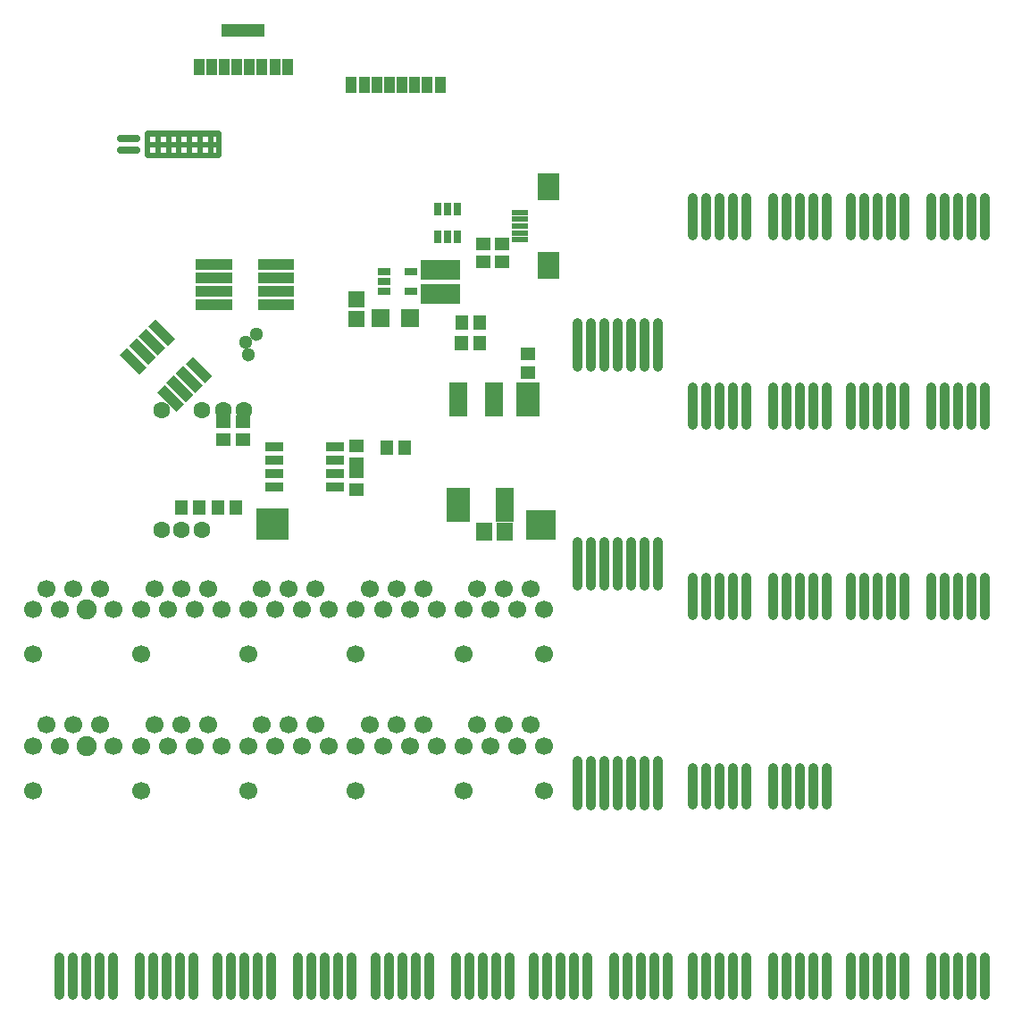
<source format=gbs>
%FSLAX34Y34*%
%MOMM*%
%LNSOLDERMASK_BOTTOM*%
G71*
G01*
%ADD10C, 1.700*%
%ADD11C, 1.900*%
%ADD12R, 1.190X0.800*%
%ADD13R, 3.700X1.900*%
%ADD14R, 1.800X1.800*%
%ADD15R, 1.600X1.500*%
%ADD16C, 1.300*%
%ADD17R, 1.800X0.870*%
%ADD18R, 1.400X1.300*%
%ADD19R, 1.300X1.400*%
%ADD20C, 1.600*%
%ADD21R, 1.550X0.600*%
%ADD22R, 2.100X2.500*%
%ADD23C, 0.700*%
%ADD24R, 2.600X1.000*%
%ADD25R, 0.500X1.200*%
%ADD26R, 1.500X1.700*%
%ADD27R, 3.500X1.000*%
%ADD28R, 2.500X1.000*%
%ADD29C, 0.950*%
%ADD30R, 0.800X1.190*%
%ADD31R, 1.700X3.200*%
%ADD32R, 2.200X3.200*%
%ADD33R, 1.000X1.600*%
%ADD34C, 0.500*%
%LPD*%
X21692Y-652498D02*
G54D10*
D03*
X123692Y-652498D02*
G54D10*
D03*
X225692Y-652498D02*
G54D10*
D03*
X327692Y-652498D02*
G54D10*
D03*
X429692Y-652498D02*
G54D10*
D03*
X506192Y-652498D02*
G54D10*
D03*
X21693Y-610222D02*
G54D10*
D03*
X47192Y-610223D02*
G54D10*
D03*
X72693Y-610222D02*
G54D11*
D03*
X98192Y-610223D02*
G54D10*
D03*
X123692Y-610223D02*
G54D10*
D03*
X149192Y-610223D02*
G54D10*
D03*
X174692Y-610223D02*
G54D10*
D03*
X200192Y-610223D02*
G54D10*
D03*
X225692Y-610223D02*
G54D10*
D03*
X251192Y-610223D02*
G54D10*
D03*
X276692Y-610223D02*
G54D10*
D03*
X302192Y-610223D02*
G54D10*
D03*
X327692Y-610223D02*
G54D10*
D03*
X353192Y-610223D02*
G54D10*
D03*
X378692Y-610223D02*
G54D10*
D03*
X404192Y-610223D02*
G54D10*
D03*
X429692Y-610223D02*
G54D10*
D03*
X455192Y-610223D02*
G54D10*
D03*
X480692Y-610223D02*
G54D10*
D03*
X506192Y-610223D02*
G54D10*
D03*
X34443Y-590222D02*
G54D10*
D03*
X59943Y-590222D02*
G54D10*
D03*
X85442Y-590223D02*
G54D10*
D03*
X136442Y-590223D02*
G54D10*
D03*
X161942Y-590223D02*
G54D10*
D03*
X187442Y-590223D02*
G54D10*
D03*
X238442Y-590223D02*
G54D10*
D03*
X263942Y-590223D02*
G54D10*
D03*
X289442Y-590223D02*
G54D10*
D03*
X340442Y-590223D02*
G54D10*
D03*
X365942Y-590223D02*
G54D10*
D03*
X391442Y-590223D02*
G54D10*
D03*
X442442Y-590223D02*
G54D10*
D03*
X467942Y-590223D02*
G54D10*
D03*
X493442Y-590223D02*
G54D10*
D03*
X354034Y-308947D02*
G54D12*
D03*
X354036Y-299542D02*
G54D12*
D03*
X354034Y-289947D02*
G54D12*
D03*
X379934Y-289947D02*
G54D12*
D03*
X379934Y-308947D02*
G54D12*
D03*
X408105Y-311416D02*
G54D13*
D03*
X408105Y-288416D02*
G54D13*
D03*
X379174Y-333744D02*
G54D14*
D03*
X351173Y-333745D02*
G54D14*
D03*
X328260Y-335252D02*
G54D15*
D03*
X328262Y-316248D02*
G54D15*
D03*
X223012Y-356830D02*
G54D16*
D03*
X233304Y-349462D02*
G54D16*
D03*
X225802Y-368948D02*
G54D16*
D03*
G36*
X489237Y-544200D02*
X489237Y-516200D01*
X517237Y-516200D01*
X517237Y-544200D01*
X489237Y-544200D01*
G37*
G36*
X263402Y-514249D02*
X263402Y-544249D01*
X233402Y-544249D01*
X233402Y-514249D01*
X263402Y-514249D01*
G37*
X307490Y-455905D02*
G54D17*
D03*
X307490Y-468605D02*
G54D17*
D03*
X307490Y-481305D02*
G54D17*
D03*
X307490Y-494005D02*
G54D17*
D03*
X250490Y-494005D02*
G54D17*
D03*
X250490Y-481305D02*
G54D17*
D03*
X250490Y-468605D02*
G54D17*
D03*
X250490Y-455905D02*
G54D17*
D03*
X327958Y-479320D02*
G54D18*
D03*
X327958Y-496320D02*
G54D18*
D03*
X327958Y-455177D02*
G54D18*
D03*
X327958Y-472177D02*
G54D18*
D03*
X357077Y-456627D02*
G54D19*
D03*
X374077Y-456627D02*
G54D19*
D03*
X143284Y-421491D02*
G54D20*
D03*
X202022Y-421491D02*
G54D20*
D03*
X221072Y-421491D02*
G54D20*
D03*
G36*
X103817Y-368952D02*
X110888Y-361882D01*
X129272Y-380268D01*
X122200Y-387338D01*
X103817Y-368952D01*
G37*
G36*
X112797Y-359972D02*
X119868Y-352901D01*
X138252Y-371287D01*
X131180Y-378358D01*
X112797Y-359972D01*
G37*
G36*
X121777Y-350991D02*
X128849Y-343921D01*
X147232Y-362308D01*
X140160Y-369378D01*
X121777Y-350991D01*
G37*
G36*
X130756Y-342013D02*
X137827Y-334942D01*
X156213Y-353325D01*
X149142Y-360397D01*
X130756Y-342013D01*
G37*
G36*
X166112Y-377368D02*
X173183Y-370297D01*
X191568Y-388681D01*
X184497Y-395752D01*
X166112Y-377368D01*
G37*
G36*
X157132Y-386349D02*
X164202Y-379277D01*
X182588Y-397661D01*
X175517Y-404732D01*
X157132Y-386349D01*
G37*
G36*
X148152Y-395329D02*
X155222Y-388258D01*
X173608Y-406641D01*
X166537Y-413713D01*
X148152Y-395329D01*
G37*
G36*
X139172Y-404308D02*
X146243Y-397237D01*
X164627Y-415623D01*
X157556Y-422694D01*
X139172Y-404308D01*
G37*
X213840Y-513547D02*
G54D19*
D03*
X196838Y-513544D02*
G54D19*
D03*
X483173Y-233740D02*
G54D21*
D03*
X483173Y-240240D02*
G54D21*
D03*
X483173Y-246740D02*
G54D21*
D03*
X483173Y-253240D02*
G54D21*
D03*
X483173Y-259740D02*
G54D21*
D03*
X509923Y-284240D02*
G54D22*
D03*
X509923Y-209240D02*
G54D22*
D03*
X466096Y-280756D02*
G54D18*
D03*
X466096Y-263756D02*
G54D18*
D03*
X448237Y-280756D02*
G54D18*
D03*
X448237Y-263756D02*
G54D18*
D03*
G54D23*
X119815Y-174621D02*
X104842Y-174621D01*
G54D23*
X119818Y-163512D02*
X104846Y-163512D01*
X162337Y-513541D02*
G54D19*
D03*
X179339Y-513544D02*
G54D19*
D03*
X247405Y-283440D02*
G54D24*
D03*
X247405Y-296140D02*
G54D24*
D03*
X247405Y-308840D02*
G54D24*
D03*
X247405Y-321540D02*
G54D24*
D03*
X197405Y-321540D02*
G54D24*
D03*
X197405Y-308840D02*
G54D24*
D03*
X197405Y-296140D02*
G54D24*
D03*
X197406Y-283440D02*
G54D24*
D03*
X201763Y-449418D02*
G54D18*
D03*
X201766Y-432416D02*
G54D18*
D03*
X220813Y-449418D02*
G54D18*
D03*
X220816Y-432416D02*
G54D18*
D03*
G36*
X421331Y-350704D02*
X434331Y-350703D01*
X434331Y-364703D01*
X421331Y-364704D01*
X421331Y-350704D01*
G37*
X444831Y-357703D02*
G54D19*
D03*
X203222Y-61378D02*
G54D25*
D03*
X208222Y-61378D02*
G54D25*
D03*
X213222Y-61378D02*
G54D25*
D03*
X218222Y-61378D02*
G54D25*
D03*
X223222Y-61378D02*
G54D25*
D03*
X228222Y-61378D02*
G54D25*
D03*
X233222Y-61378D02*
G54D25*
D03*
X238222Y-61378D02*
G54D25*
D03*
X448908Y-536166D02*
G54D26*
D03*
X468748Y-536167D02*
G54D26*
D03*
X252168Y-283440D02*
G54D27*
D03*
X197406Y-283440D02*
G54D28*
D03*
X252168Y-296140D02*
G54D27*
D03*
X252168Y-308840D02*
G54D27*
D03*
X252168Y-321540D02*
G54D27*
D03*
X192642Y-321540D02*
G54D27*
D03*
X192643Y-308840D02*
G54D27*
D03*
X192643Y-296140D02*
G54D27*
D03*
X192643Y-283440D02*
G54D27*
D03*
X21692Y-781498D02*
G54D10*
D03*
X123692Y-781498D02*
G54D10*
D03*
X225692Y-781498D02*
G54D10*
D03*
X327692Y-781498D02*
G54D10*
D03*
X429692Y-781498D02*
G54D10*
D03*
X506192Y-781498D02*
G54D10*
D03*
X21693Y-739222D02*
G54D10*
D03*
X47192Y-739223D02*
G54D10*
D03*
X72693Y-739222D02*
G54D11*
D03*
X98192Y-739223D02*
G54D10*
D03*
X123692Y-739223D02*
G54D10*
D03*
X149192Y-739223D02*
G54D10*
D03*
X174692Y-739223D02*
G54D10*
D03*
X200192Y-739223D02*
G54D10*
D03*
X225692Y-739223D02*
G54D10*
D03*
X251192Y-739223D02*
G54D10*
D03*
X276692Y-739223D02*
G54D10*
D03*
X302192Y-739223D02*
G54D10*
D03*
X327692Y-739223D02*
G54D10*
D03*
X353192Y-739223D02*
G54D10*
D03*
X378692Y-739223D02*
G54D10*
D03*
X404192Y-739223D02*
G54D10*
D03*
X429692Y-739223D02*
G54D10*
D03*
X455192Y-739223D02*
G54D10*
D03*
X480692Y-739223D02*
G54D10*
D03*
X506192Y-739223D02*
G54D10*
D03*
X34443Y-719222D02*
G54D10*
D03*
X59943Y-719222D02*
G54D10*
D03*
X85442Y-719223D02*
G54D10*
D03*
X136442Y-719223D02*
G54D10*
D03*
X161942Y-719223D02*
G54D10*
D03*
X187442Y-719223D02*
G54D10*
D03*
X238442Y-719223D02*
G54D10*
D03*
X263942Y-719223D02*
G54D10*
D03*
X289442Y-719223D02*
G54D10*
D03*
X340442Y-719223D02*
G54D10*
D03*
X365942Y-719223D02*
G54D10*
D03*
X391442Y-719223D02*
G54D10*
D03*
X442442Y-719223D02*
G54D10*
D03*
X467942Y-719223D02*
G54D10*
D03*
X493442Y-719223D02*
G54D10*
D03*
G54D29*
X160480Y-939601D02*
X160480Y-975001D01*
G54D29*
X147680Y-939601D02*
X147680Y-975001D01*
G54D29*
X134980Y-939601D02*
X134980Y-975001D01*
G54D29*
X122380Y-939601D02*
X122380Y-975001D01*
G54D29*
X96880Y-939601D02*
X96880Y-975001D01*
G54D29*
X173080Y-939601D02*
X173080Y-975001D01*
G54D29*
X84180Y-939601D02*
X84180Y-975001D01*
G54D29*
X71580Y-939601D02*
X71580Y-975001D01*
G54D29*
X58780Y-939601D02*
X58780Y-975001D01*
G54D29*
X46080Y-939601D02*
X46080Y-975001D01*
G54D29*
X310480Y-939601D02*
X310480Y-975001D01*
G54D29*
X297680Y-939601D02*
X297680Y-975001D01*
G54D29*
X284980Y-939601D02*
X284980Y-975001D01*
G54D29*
X272380Y-939601D02*
X272380Y-975001D01*
G54D29*
X246880Y-939601D02*
X246880Y-975001D01*
G54D29*
X323080Y-939601D02*
X323080Y-975001D01*
G54D29*
X234180Y-939601D02*
X234180Y-975001D01*
G54D29*
X221580Y-939601D02*
X221580Y-975001D01*
G54D29*
X208780Y-939601D02*
X208780Y-975001D01*
G54D29*
X196080Y-939601D02*
X196080Y-975001D01*
G54D29*
X460480Y-939601D02*
X460480Y-975001D01*
G54D29*
X447680Y-939601D02*
X447680Y-975001D01*
G54D29*
X434980Y-939601D02*
X434980Y-975001D01*
G54D29*
X422380Y-939601D02*
X422380Y-975001D01*
G54D29*
X396880Y-939601D02*
X396880Y-975001D01*
G54D29*
X473080Y-939601D02*
X473080Y-975001D01*
G54D29*
X384180Y-939601D02*
X384180Y-975001D01*
G54D29*
X371580Y-939601D02*
X371580Y-975001D01*
G54D29*
X358780Y-939601D02*
X358780Y-975001D01*
G54D29*
X346080Y-939601D02*
X346080Y-975001D01*
G54D29*
X610480Y-939601D02*
X610480Y-975001D01*
G54D29*
X597680Y-939601D02*
X597680Y-975001D01*
G54D29*
X584980Y-939601D02*
X584980Y-975001D01*
G54D29*
X572380Y-939601D02*
X572380Y-975001D01*
G54D29*
X546880Y-939601D02*
X546880Y-975001D01*
G54D29*
X623080Y-939601D02*
X623080Y-975001D01*
G54D29*
X534180Y-939601D02*
X534180Y-975001D01*
G54D29*
X521580Y-939601D02*
X521580Y-975001D01*
G54D29*
X508780Y-939601D02*
X508780Y-975001D01*
G54D29*
X496080Y-939601D02*
X496080Y-975001D01*
G54D29*
X760480Y-939601D02*
X760480Y-975001D01*
G54D29*
X747680Y-939601D02*
X747680Y-975001D01*
G54D29*
X734980Y-939601D02*
X734980Y-975001D01*
G54D29*
X722380Y-939601D02*
X722380Y-975001D01*
G54D29*
X696880Y-939601D02*
X696880Y-975001D01*
G54D29*
X773080Y-939601D02*
X773080Y-975001D01*
G54D29*
X684180Y-939601D02*
X684180Y-975001D01*
G54D29*
X671580Y-939601D02*
X671580Y-975001D01*
G54D29*
X658780Y-939601D02*
X658780Y-975001D01*
G54D29*
X646080Y-939601D02*
X646080Y-975001D01*
G54D29*
X910480Y-939601D02*
X910480Y-975001D01*
G54D29*
X897680Y-939601D02*
X897680Y-975001D01*
G54D29*
X884980Y-939601D02*
X884980Y-975001D01*
G54D29*
X872380Y-939601D02*
X872380Y-975001D01*
G54D29*
X846880Y-939601D02*
X846880Y-975001D01*
G54D29*
X923080Y-939601D02*
X923080Y-975001D01*
G54D29*
X834180Y-939601D02*
X834180Y-975001D01*
G54D29*
X821580Y-939601D02*
X821580Y-975001D01*
G54D29*
X808780Y-939601D02*
X808780Y-975001D01*
G54D29*
X796080Y-939601D02*
X796080Y-975001D01*
G54D29*
X760480Y-759600D02*
X760480Y-795000D01*
G54D29*
X747680Y-759600D02*
X747680Y-795000D01*
G54D29*
X734980Y-759600D02*
X734980Y-795000D01*
G54D29*
X722380Y-759600D02*
X722380Y-795000D01*
G54D29*
X696880Y-759600D02*
X696880Y-795000D01*
G54D29*
X773080Y-759600D02*
X773080Y-795000D01*
G54D29*
X684180Y-759600D02*
X684180Y-795000D01*
G54D29*
X671580Y-759600D02*
X671580Y-795000D01*
G54D29*
X658780Y-759600D02*
X658780Y-795000D01*
G54D29*
X646080Y-759600D02*
X646080Y-795000D01*
G54D29*
X910480Y-579601D02*
X910480Y-615001D01*
G54D29*
X897680Y-579601D02*
X897680Y-615001D01*
G54D29*
X884980Y-579601D02*
X884980Y-615001D01*
G54D29*
X872380Y-579601D02*
X872380Y-615001D01*
G54D29*
X846880Y-579601D02*
X846880Y-615001D01*
G54D29*
X923080Y-579601D02*
X923080Y-615001D01*
G54D29*
X834180Y-579601D02*
X834180Y-615001D01*
G54D29*
X821580Y-579601D02*
X821580Y-615001D01*
G54D29*
X808780Y-579601D02*
X808780Y-615001D01*
G54D29*
X796080Y-579601D02*
X796080Y-615001D01*
G54D29*
X760480Y-579601D02*
X760480Y-615001D01*
G54D29*
X747680Y-579601D02*
X747680Y-615001D01*
G54D29*
X734980Y-579601D02*
X734980Y-615001D01*
G54D29*
X722380Y-579601D02*
X722380Y-615001D01*
G54D29*
X696880Y-579601D02*
X696880Y-615001D01*
G54D29*
X773080Y-579601D02*
X773080Y-615001D01*
G54D29*
X684180Y-579601D02*
X684180Y-615001D01*
G54D29*
X671580Y-579601D02*
X671580Y-615001D01*
G54D29*
X658780Y-579601D02*
X658780Y-615001D01*
G54D29*
X646080Y-579601D02*
X646080Y-615001D01*
G54D29*
X910480Y-399601D02*
X910480Y-435001D01*
G54D29*
X897680Y-399601D02*
X897680Y-435001D01*
G54D29*
X884980Y-399601D02*
X884980Y-435001D01*
G54D29*
X872380Y-399601D02*
X872380Y-435001D01*
G54D29*
X846880Y-399601D02*
X846880Y-435001D01*
G54D29*
X923080Y-399601D02*
X923080Y-435001D01*
G54D29*
X834180Y-399601D02*
X834180Y-435001D01*
G54D29*
X821580Y-399601D02*
X821580Y-435001D01*
G54D29*
X808780Y-399601D02*
X808780Y-435001D01*
G54D29*
X796080Y-399601D02*
X796080Y-435001D01*
G54D29*
X760480Y-399601D02*
X760480Y-435001D01*
G54D29*
X747680Y-399601D02*
X747680Y-435001D01*
G54D29*
X734980Y-399601D02*
X734980Y-435001D01*
G54D29*
X722380Y-399601D02*
X722380Y-435001D01*
G54D29*
X696880Y-399601D02*
X696880Y-435001D01*
G54D29*
X773080Y-399601D02*
X773080Y-435001D01*
G54D29*
X684180Y-399601D02*
X684180Y-435001D01*
G54D29*
X671580Y-399601D02*
X671580Y-435001D01*
G54D29*
X658780Y-399601D02*
X658780Y-435001D01*
G54D29*
X646080Y-399601D02*
X646080Y-435001D01*
G54D29*
X600983Y-753425D02*
X600982Y-795175D01*
G54D29*
X588182Y-753426D02*
X588182Y-795176D01*
G54D29*
X575482Y-753426D02*
X575482Y-795176D01*
G54D29*
X562882Y-753426D02*
X562882Y-795176D01*
G54D29*
X550082Y-753426D02*
X550082Y-795175D01*
G54D29*
X537382Y-753426D02*
X537382Y-795175D01*
G54D29*
X613582Y-753425D02*
X613582Y-795176D01*
G54D29*
X910480Y-219601D02*
X910480Y-255001D01*
G54D29*
X897680Y-219601D02*
X897680Y-255001D01*
G54D29*
X884980Y-219601D02*
X884980Y-255001D01*
G54D29*
X872380Y-219601D02*
X872380Y-255001D01*
G54D29*
X846880Y-219601D02*
X846880Y-255001D01*
G54D29*
X923080Y-219601D02*
X923080Y-255001D01*
G54D29*
X834180Y-219601D02*
X834180Y-255001D01*
G54D29*
X821580Y-219601D02*
X821580Y-255001D01*
G54D29*
X808780Y-219601D02*
X808780Y-255001D01*
G54D29*
X796080Y-219601D02*
X796080Y-255001D01*
G54D29*
X760480Y-219601D02*
X760480Y-255001D01*
G54D29*
X747680Y-219601D02*
X747680Y-255001D01*
G54D29*
X734980Y-219601D02*
X734980Y-255001D01*
G54D29*
X722380Y-219601D02*
X722380Y-255001D01*
G54D29*
X696880Y-219601D02*
X696880Y-255001D01*
G54D29*
X773080Y-219601D02*
X773080Y-255001D01*
G54D29*
X684180Y-219601D02*
X684180Y-255001D01*
G54D29*
X671580Y-219601D02*
X671580Y-255001D01*
G54D29*
X658780Y-219601D02*
X658780Y-255001D01*
G54D29*
X646080Y-219601D02*
X646080Y-255001D01*
X143284Y-534328D02*
G54D20*
D03*
X162334Y-534328D02*
G54D20*
D03*
X181384Y-534328D02*
G54D20*
D03*
X181384Y-421490D02*
G54D20*
D03*
X424140Y-230661D02*
G54D30*
D03*
X414735Y-230663D02*
G54D30*
D03*
X405140Y-230661D02*
G54D30*
D03*
X405140Y-256561D02*
G54D30*
D03*
X424140Y-256561D02*
G54D30*
D03*
X414735Y-256563D02*
G54D30*
D03*
G54D29*
X600983Y-545780D02*
X600982Y-587530D01*
G54D29*
X588182Y-545780D02*
X588182Y-587530D01*
G54D29*
X575482Y-545780D02*
X575482Y-587530D01*
G54D29*
X562882Y-545780D02*
X562882Y-587530D01*
G54D29*
X550082Y-545780D02*
X550082Y-587530D01*
G54D29*
X537382Y-545780D02*
X537382Y-587530D01*
G54D29*
X613582Y-545780D02*
X613582Y-587530D01*
X468748Y-510640D02*
G54D31*
D03*
X424748Y-510640D02*
G54D32*
D03*
X490748Y-410640D02*
G54D32*
D03*
X458748Y-410640D02*
G54D31*
D03*
X424748Y-410640D02*
G54D31*
D03*
X490748Y-385240D02*
G54D18*
D03*
X490748Y-368240D02*
G54D18*
D03*
X323353Y-112719D02*
G54D33*
D03*
X427832Y-338654D02*
G54D19*
D03*
X444831Y-338653D02*
G54D19*
D03*
X407353Y-112719D02*
G54D33*
D03*
X395353Y-112719D02*
G54D33*
D03*
X383353Y-112719D02*
G54D33*
D03*
X371353Y-112719D02*
G54D33*
D03*
X359353Y-112719D02*
G54D33*
D03*
X347353Y-112719D02*
G54D33*
D03*
X335353Y-112719D02*
G54D33*
D03*
X178722Y-95806D02*
G54D33*
D03*
X262722Y-95806D02*
G54D33*
D03*
X250722Y-95806D02*
G54D33*
D03*
X238722Y-95806D02*
G54D33*
D03*
X226722Y-95806D02*
G54D33*
D03*
X214722Y-95806D02*
G54D33*
D03*
X202722Y-95806D02*
G54D33*
D03*
X190722Y-95806D02*
G54D33*
D03*
G54D34*
X130000Y-179638D02*
X130000Y-158494D01*
X140000Y-179638D02*
X140000Y-158494D01*
X150000Y-179638D02*
X150000Y-158494D01*
X160000Y-179638D02*
X160000Y-158494D01*
X170000Y-179638D02*
X170000Y-158494D01*
X180000Y-179638D02*
X180000Y-158494D01*
X190000Y-179638D02*
X190000Y-158494D01*
X129994Y-170000D02*
X197386Y-170000D01*
X129996Y-160000D02*
X197388Y-160000D01*
G54D34*
X129996Y-158494D02*
X129992Y-179638D01*
X197384Y-179638D01*
X197388Y-158494D01*
X129996Y-158494D01*
G54D29*
X600983Y-338135D02*
X600982Y-379885D01*
G54D29*
X588182Y-338136D02*
X588182Y-379886D01*
G54D29*
X575482Y-338136D02*
X575482Y-379886D01*
G54D29*
X562882Y-338136D02*
X562882Y-379886D01*
G54D29*
X550082Y-338136D02*
X550082Y-379885D01*
G54D29*
X537382Y-338136D02*
X537382Y-379885D01*
G54D29*
X613582Y-338135D02*
X613582Y-379886D01*
M02*

</source>
